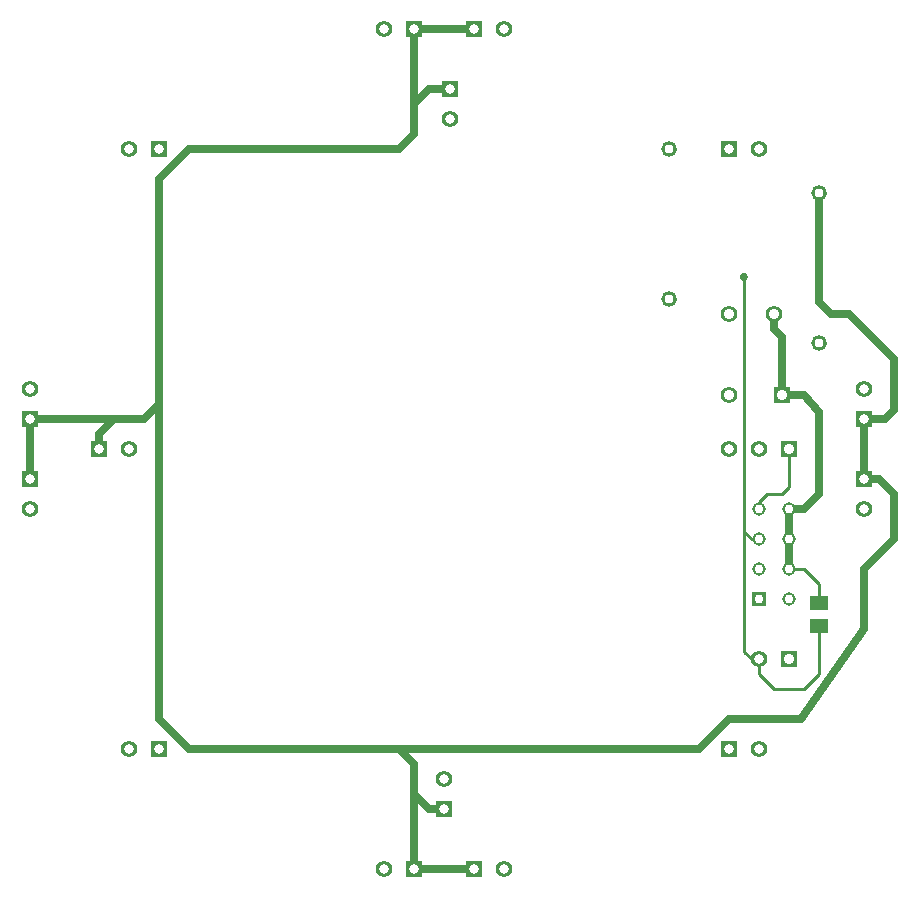
<source format=gtl>
G04 -- Generated By PCBWeb Designer*
%FSLAX24Y24*%
%MOIN*%
%OFA0B0*%
%SFA1.0B1.0*%
%AMROTRECT*21,1,$1,$2,0,0,$3*%
%AMROTOBLONG*1,1,$7,$1,$2*1,1,$7,$3,$4*21,1,$5,$6,0,0,$8*%
%ADD10C,0.025*%
%ADD11R,0.045X0.045*%
%ADD12C,0.03*%
%ADD13R,0.055X0.055*%
%ADD14C,0.045*%
%ADD15C,0.055*%
%ADD16C,0.01*%
%ADD17C,0.008*%
%ADD18C,0.024*%
%ADD19C,0.035*%
%ADD20R,0.065X0.065*%
%ADD21C,0.032*%
%ADD22C,0.065*%
%ADD23C,0.005*%
%ADD24C,0.021*%
%ADD25R,0.0591X0.0512*%
%ADD26R,0.0691X0.0612*%
%ADD27R,0.0236X0.0315*%
%ADD28R,0.0336X0.0415*%
%ADD29C,0.033*%
%ADD30C,0.033*%
%ADD31C,0.026*%
%ADD32C,0.015*%
%ADD33C,0.031*%
%ADD34C,0.052*%
%ADD35C,0.062*%
%ADD36C,0.0*%
%ADD37C,0.0275*%
G01*
%LNSTD*%
%LPD*%
G54D11*
X26000Y10500D03*
G54D14*
X27000Y10500D03*
X26000Y11500D03*
X27000Y11500D03*
X26000Y12500D03*
X27000Y12500D03*
X26000Y13500D03*
X27000Y13500D03*
G54D13*
X27000Y8500D03*
G54D15*
X26000Y8500D03*
G54D25*
X28000Y9626D03*
X28000Y10374D03*
G54D13*
X27000Y15500D03*
G54D15*
X26000Y15500D03*
X25000Y15500D03*
G54D13*
X25000Y25500D03*
G54D15*
X26000Y25500D03*
G54D13*
X6000Y5500D03*
G54D15*
X5000Y5500D03*
G54D13*
X25000Y5500D03*
G54D15*
X26000Y5500D03*
G54D13*
X16500Y1500D03*
G54D15*
X17500Y1500D03*
G54D13*
X14500Y29500D03*
G54D15*
X13500Y29500D03*
G54D13*
X29500Y16500D03*
G54D15*
X29500Y17500D03*
G54D13*
X1700Y14500D03*
G54D15*
X1700Y13500D03*
G54D13*
X26750Y17300D03*
G54D15*
X25000Y17300D03*
G54D13*
X14500Y1500D03*
G54D15*
X13500Y1500D03*
G54D13*
X29500Y14500D03*
G54D15*
X29500Y13500D03*
G54D13*
X1700Y16500D03*
G54D15*
X1700Y17500D03*
G54D13*
X16500Y29500D03*
G54D15*
X17500Y29500D03*
G54D13*
X6000Y25500D03*
G54D15*
X5000Y25500D03*
X26500Y20000D03*
X25000Y20000D03*
G54D13*
X4000Y15500D03*
G54D15*
X5000Y15500D03*
G54D13*
X15700Y27500D03*
G54D15*
X15700Y26500D03*
G54D13*
X15500Y3500D03*
G54D15*
X15500Y4500D03*
G54D34*
X23000Y20500D03*
X23000Y25500D03*
X28000Y24050D03*
X28000Y19050D03*
G54D10*
X27000Y13500D02*
X27000Y11500D01*
X26500Y20000D02*
X26500Y19500D01*
X26750Y19250D01*
X26750Y17300D01*
X27000Y13500D02*
X27500Y13500D01*
X28000Y14000D01*
X28000Y16750D01*
X27500Y17300D01*
X26750Y17300D01*
G54D16*
X28000Y10374D02*
X28000Y11000D01*
X27500Y11500D01*
X27000Y11500D01*
X26000Y13500D02*
X26000Y13750D01*
X26250Y14000D01*
X26750Y14000D01*
X27000Y14250D01*
X27000Y15500D01*
X28000Y9626D02*
X28000Y8000D01*
X27500Y7500D01*
X26500Y7500D01*
X26000Y8000D01*
X26000Y8500D01*
X25500Y21250D02*
X25500Y12750D01*
G54D37*
X25500Y21250D03*
G54D16*
X25500Y12750D02*
X25750Y12500D01*
X26000Y12500D01*
X26000Y8500D02*
X25750Y8500D01*
X25500Y8750D01*
X25500Y12750D01*
G54D10*
X1700Y14500D02*
X1700Y16500D01*
X16500Y29500D02*
X14500Y29500D01*
X14500Y1500D02*
X16500Y1500D01*
X14500Y1500D02*
X14500Y5000D01*
X14000Y5500D01*
X1700Y16500D02*
X5500Y16500D01*
X6000Y17000D01*
X27400Y6500D02*
X25000Y6500D01*
X24000Y5500D01*
X7000Y5500D01*
X6000Y6500D01*
X6000Y24500D01*
X7000Y25500D01*
X14000Y25500D01*
X14500Y26000D01*
X14500Y29500D01*
X29500Y14500D02*
X30000Y14500D01*
X30500Y14000D01*
X30500Y12500D01*
X29500Y11500D01*
X29500Y9500D01*
X27400Y6500D01*
X15700Y27500D02*
X15000Y27500D01*
X14500Y27000D01*
X4000Y15500D02*
X4000Y16000D01*
X4500Y16500D01*
X15500Y3500D02*
X15000Y3500D01*
X14500Y4000D01*
X29500Y16500D02*
X29500Y14500D01*
X28000Y24050D02*
X28000Y20400D01*
X28400Y20000D01*
X29000Y20000D01*
X30500Y18500D01*
X30500Y16800D01*
X30200Y16500D01*
X29600Y16500D01*
%LNERASE*%
%LPC*%
G54D12*
X26000Y10500D03*
X27000Y10500D03*
X26000Y11500D03*
X27000Y11500D03*
X26000Y12500D03*
X27000Y12500D03*
X26000Y13500D03*
X27000Y13500D03*
G54D19*
X27000Y8500D03*
G54D21*
X26000Y8500D03*
G54D19*
X27000Y15500D03*
G54D21*
X26000Y15500D03*
X25000Y15500D03*
G54D29*
X25000Y25500D03*
G54D30*
X26000Y25500D03*
G54D29*
X6000Y5500D03*
G54D30*
X5000Y5500D03*
G54D29*
X25000Y5500D03*
G54D30*
X26000Y5500D03*
G54D29*
X16500Y1500D03*
G54D30*
X17500Y1500D03*
G54D29*
X14500Y29500D03*
G54D30*
X13500Y29500D03*
G54D29*
X29500Y16500D03*
G54D30*
X29500Y17500D03*
G54D29*
X1700Y14500D03*
G54D30*
X1700Y13500D03*
G54D19*
X26750Y17300D03*
X25000Y17300D03*
G54D29*
X14500Y1500D03*
G54D30*
X13500Y1500D03*
G54D29*
X29500Y14500D03*
G54D30*
X29500Y13500D03*
G54D29*
X1700Y16500D03*
G54D30*
X1700Y17500D03*
G54D29*
X16500Y29500D03*
G54D30*
X17500Y29500D03*
G54D29*
X6000Y25500D03*
G54D30*
X5000Y25500D03*
G54D19*
X26500Y20000D03*
X25000Y20000D03*
G54D29*
X4000Y15500D03*
G54D30*
X5000Y15500D03*
G54D29*
X15700Y27500D03*
G54D30*
X15700Y26500D03*
G54D29*
X15500Y3500D03*
G54D30*
X15500Y4500D03*
G54D33*
X23000Y20500D03*
X23000Y25500D03*
X28000Y24050D03*
X28000Y19050D03*
M02*

</source>
